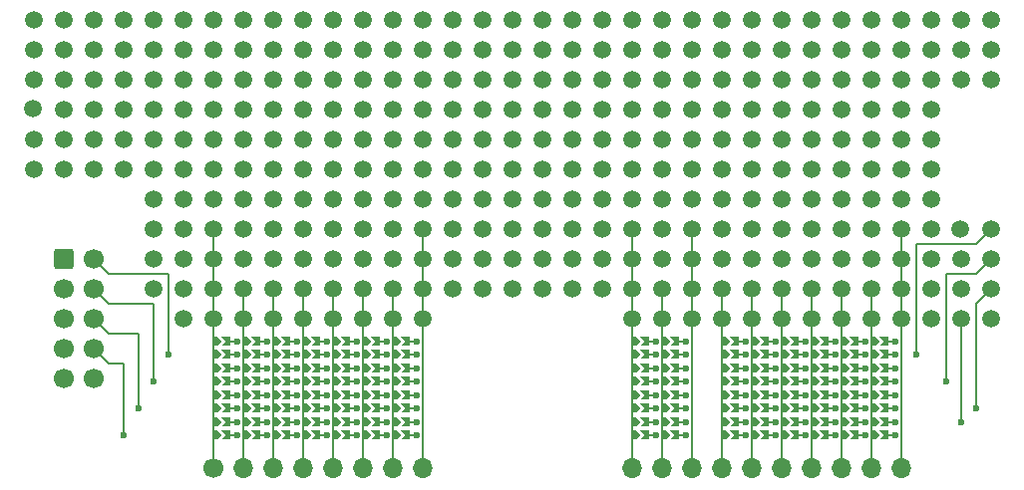
<source format=gbr>
%TF.GenerationSoftware,KiCad,Pcbnew,8.0.2-8.0.2-0~ubuntu22.04.1*%
%TF.CreationDate,2024-05-24T18:22:53+02:00*%
%TF.ProjectId,flipper-debug-devboard,666c6970-7065-4722-9d64-656275672d64,rev?*%
%TF.SameCoordinates,Original*%
%TF.FileFunction,Copper,L1,Top*%
%TF.FilePolarity,Positive*%
%FSLAX46Y46*%
G04 Gerber Fmt 4.6, Leading zero omitted, Abs format (unit mm)*
G04 Created by KiCad (PCBNEW 8.0.2-8.0.2-0~ubuntu22.04.1) date 2024-05-24 18:22:53*
%MOMM*%
%LPD*%
G01*
G04 APERTURE LIST*
G04 Aperture macros list*
%AMRoundRect*
0 Rectangle with rounded corners*
0 $1 Rounding radius*
0 $2 $3 $4 $5 $6 $7 $8 $9 X,Y pos of 4 corners*
0 Add a 4 corners polygon primitive as box body*
4,1,4,$2,$3,$4,$5,$6,$7,$8,$9,$2,$3,0*
0 Add four circle primitives for the rounded corners*
1,1,$1+$1,$2,$3*
1,1,$1+$1,$4,$5*
1,1,$1+$1,$6,$7*
1,1,$1+$1,$8,$9*
0 Add four rect primitives between the rounded corners*
20,1,$1+$1,$2,$3,$4,$5,0*
20,1,$1+$1,$4,$5,$6,$7,0*
20,1,$1+$1,$6,$7,$8,$9,0*
20,1,$1+$1,$8,$9,$2,$3,0*%
%AMFreePoly0*
4,1,8,0.191000,0.380500,0.571500,0.000000,0.191000,-0.380500,0.191000,-0.381000,-0.191000,-0.381000,-0.191000,0.381000,0.191000,0.381000,0.191000,0.380500,0.191000,0.380500,$1*%
%AMFreePoly1*
4,1,8,0.191000,-0.381000,-0.191000,-0.381000,-0.571500,-0.381000,-0.191000,-0.000500,-0.191000,0.000500,-0.571500,0.381000,0.191000,0.381000,0.191000,-0.381000,0.191000,-0.381000,$1*%
G04 Aperture macros list end*
%TA.AperFunction,ComponentPad*%
%ADD10C,1.500000*%
%TD*%
%TA.AperFunction,SMDPad,CuDef*%
%ADD11FreePoly0,0.000000*%
%TD*%
%TA.AperFunction,SMDPad,CuDef*%
%ADD12FreePoly1,0.000000*%
%TD*%
%TA.AperFunction,ComponentPad*%
%ADD13RoundRect,0.250000X-0.600000X-0.600000X0.600000X-0.600000X0.600000X0.600000X-0.600000X0.600000X0*%
%TD*%
%TA.AperFunction,ComponentPad*%
%ADD14C,1.700000*%
%TD*%
%TA.AperFunction,ComponentPad*%
%ADD15O,1.700000X1.700000*%
%TD*%
%TA.AperFunction,ViaPad*%
%ADD16C,0.600000*%
%TD*%
%TA.AperFunction,Conductor*%
%ADD17C,0.200000*%
%TD*%
G04 APERTURE END LIST*
D10*
%TO.P,,1*%
%TO.N,N/C*%
X149860000Y-104140000D03*
%TD*%
%TO.P,,1*%
%TO.N,N/C*%
X124460000Y-104140000D03*
%TD*%
%TO.P,,1*%
%TO.N,N/C*%
X101600000Y-104140000D03*
%TD*%
%TO.P,,1*%
%TO.N,N/C*%
X142240000Y-104140000D03*
%TD*%
%TO.P,,1*%
%TO.N,N/C*%
X106680000Y-104140000D03*
%TD*%
%TO.P,,1*%
%TO.N,N/C*%
X104140000Y-104140000D03*
%TD*%
%TO.P,,1*%
%TO.N,N/C*%
X73660000Y-104140000D03*
%TD*%
%TO.P,,1*%
%TO.N,N/C*%
X139700000Y-104140000D03*
%TD*%
%TO.P,,1*%
%TO.N,N/C*%
X144780000Y-104140000D03*
%TD*%
%TO.P,,1*%
%TO.N,N/C*%
X127000000Y-104140000D03*
%TD*%
%TO.P,,1*%
%TO.N,N/C*%
X76200000Y-104140000D03*
%TD*%
%TO.P,,1*%
%TO.N,N/C*%
X88900000Y-104140000D03*
%TD*%
%TO.P,,1*%
%TO.N,N/C*%
X99060000Y-104140000D03*
%TD*%
%TO.P,,1*%
%TO.N,N/C*%
X147320000Y-104140000D03*
%TD*%
%TO.P,,1*%
%TO.N,N/C*%
X86360000Y-104140000D03*
%TD*%
%TO.P,,1*%
%TO.N,N/C*%
X132080000Y-104140000D03*
%TD*%
%TO.P,,1*%
%TO.N,N/C*%
X83820000Y-104140000D03*
%TD*%
%TO.P,,1*%
%TO.N,N/C*%
X116840000Y-104140000D03*
%TD*%
%TO.P,,1*%
%TO.N,N/C*%
X93980000Y-104140000D03*
%TD*%
%TO.P,,1*%
%TO.N,N/C*%
X96520000Y-104140000D03*
%TD*%
%TO.P,,1*%
%TO.N,N/C*%
X91440000Y-104140000D03*
%TD*%
%TO.P,,1*%
%TO.N,N/C*%
X134620000Y-104140000D03*
%TD*%
%TO.P,,1*%
%TO.N,N/C*%
X71120000Y-104140000D03*
%TD*%
%TO.P,,1*%
%TO.N,N/C*%
X119380000Y-104140000D03*
%TD*%
%TO.P,,1*%
%TO.N,N/C*%
X81280000Y-104140000D03*
%TD*%
%TO.P,,1*%
%TO.N,N/C*%
X78740000Y-104140000D03*
%TD*%
%TO.P,,1*%
%TO.N,N/C*%
X109220000Y-104140000D03*
%TD*%
%TO.P,,1*%
%TO.N,N/C*%
X137160000Y-104140000D03*
%TD*%
%TO.P,,1*%
%TO.N,N/C*%
X114300000Y-104140000D03*
%TD*%
%TO.P,,1*%
%TO.N,N/C*%
X111760000Y-104140000D03*
%TD*%
%TO.P,,1*%
%TO.N,N/C*%
X152400000Y-104140000D03*
%TD*%
%TO.P,,1*%
%TO.N,N/C*%
X129540000Y-104140000D03*
%TD*%
%TO.P,,1*%
%TO.N,N/C*%
X121920000Y-104140000D03*
%TD*%
%TO.P,,1*%
%TO.N,N/C*%
X149860000Y-106680000D03*
%TD*%
%TO.P,,1*%
%TO.N,N/C*%
X124460000Y-106680000D03*
%TD*%
%TO.P,,1*%
%TO.N,N/C*%
X101600000Y-106680000D03*
%TD*%
%TO.P,,1*%
%TO.N,N/C*%
X142240000Y-106680000D03*
%TD*%
%TO.P,,1*%
%TO.N,N/C*%
X106680000Y-106680000D03*
%TD*%
%TO.P,,1*%
%TO.N,N/C*%
X104140000Y-106680000D03*
%TD*%
%TO.P,,1*%
%TO.N,N/C*%
X73660000Y-106680000D03*
%TD*%
%TO.P,,1*%
%TO.N,N/C*%
X139700000Y-106680000D03*
%TD*%
%TO.P,,1*%
%TO.N,N/C*%
X144780000Y-106680000D03*
%TD*%
%TO.P,,1*%
%TO.N,N/C*%
X127000000Y-106680000D03*
%TD*%
%TO.P,,1*%
%TO.N,N/C*%
X76200000Y-106680000D03*
%TD*%
%TO.P,,1*%
%TO.N,N/C*%
X88900000Y-106680000D03*
%TD*%
%TO.P,,1*%
%TO.N,N/C*%
X99060000Y-106680000D03*
%TD*%
%TO.P,,1*%
%TO.N,N/C*%
X147320000Y-106680000D03*
%TD*%
%TO.P,,1*%
%TO.N,N/C*%
X86360000Y-106680000D03*
%TD*%
%TO.P,,1*%
%TO.N,N/C*%
X132080000Y-106680000D03*
%TD*%
%TO.P,,1*%
%TO.N,N/C*%
X83820000Y-106680000D03*
%TD*%
%TO.P,,1*%
%TO.N,N/C*%
X116840000Y-106680000D03*
%TD*%
%TO.P,,1*%
%TO.N,N/C*%
X93980000Y-106680000D03*
%TD*%
%TO.P,,1*%
%TO.N,N/C*%
X96520000Y-106680000D03*
%TD*%
%TO.P,,1*%
%TO.N,N/C*%
X91440000Y-106680000D03*
%TD*%
%TO.P,,1*%
%TO.N,N/C*%
X134620000Y-106680000D03*
%TD*%
%TO.P,,1*%
%TO.N,N/C*%
X71120000Y-106680000D03*
%TD*%
%TO.P,,1*%
%TO.N,N/C*%
X119380000Y-106680000D03*
%TD*%
%TO.P,,1*%
%TO.N,N/C*%
X81280000Y-106680000D03*
%TD*%
%TO.P,,1*%
%TO.N,N/C*%
X78740000Y-106680000D03*
%TD*%
%TO.P,,1*%
%TO.N,N/C*%
X109220000Y-106680000D03*
%TD*%
%TO.P,,1*%
%TO.N,N/C*%
X137160000Y-106680000D03*
%TD*%
%TO.P,,1*%
%TO.N,N/C*%
X114300000Y-106680000D03*
%TD*%
%TO.P,,1*%
%TO.N,N/C*%
X111760000Y-106680000D03*
%TD*%
%TO.P,,1*%
%TO.N,N/C*%
X152400000Y-106680000D03*
%TD*%
%TO.P,,1*%
%TO.N,N/C*%
X129540000Y-106680000D03*
%TD*%
%TO.P,,1*%
%TO.N,N/C*%
X121920000Y-106680000D03*
%TD*%
D11*
%TO.P,REF\u002A\u002A,1*%
%TO.N,N/C*%
X139890500Y-131445000D03*
D12*
%TO.P,REF\u002A\u002A,2*%
X141033500Y-131445000D03*
%TD*%
D10*
%TO.P,,1*%
%TO.N,N/C*%
X139700000Y-111760000D03*
%TD*%
%TO.P,,1*%
%TO.N,N/C*%
X86360000Y-121920000D03*
%TD*%
%TO.P,,1*%
%TO.N,N/C*%
X142240000Y-116840000D03*
%TD*%
%TO.P,,1*%
%TO.N,N/C*%
X88900000Y-121920000D03*
%TD*%
D11*
%TO.P,REF\u002A\u002A,1*%
%TO.N,N/C*%
X86550500Y-137160000D03*
D12*
%TO.P,REF\u002A\u002A,2*%
X87693500Y-137160000D03*
%TD*%
D10*
%TO.P,,1*%
%TO.N,N/C*%
X134620000Y-111760000D03*
%TD*%
%TO.P,,1*%
%TO.N,N/C*%
X114300000Y-119380000D03*
%TD*%
%TO.P,,1*%
%TO.N,N/C*%
X149860000Y-124460000D03*
%TD*%
%TO.P,,1*%
%TO.N,N/C*%
X139700000Y-116840000D03*
%TD*%
%TO.P,,1*%
%TO.N,N/C*%
X111760000Y-121920000D03*
%TD*%
%TO.P,,1*%
%TO.N,N/C*%
X129540000Y-116840000D03*
%TD*%
%TO.P,,1*%
%TO.N,N/C*%
X152400000Y-109220000D03*
%TD*%
%TO.P,,1*%
%TO.N,N/C*%
X142240000Y-127000000D03*
%TD*%
D11*
%TO.P,REF\u002A\u002A,1*%
%TO.N,N/C*%
X129730500Y-134874000D03*
D12*
%TO.P,REF\u002A\u002A,2*%
X130873500Y-134874000D03*
%TD*%
D10*
%TO.P,,1*%
%TO.N,N/C*%
X124460000Y-114300000D03*
%TD*%
%TO.P,,1*%
%TO.N,N/C*%
X114300000Y-116840000D03*
%TD*%
%TO.P,,1*%
%TO.N,N/C*%
X142240000Y-124460000D03*
%TD*%
%TO.P,,1*%
%TO.N,N/C*%
X119380000Y-119380000D03*
%TD*%
%TO.P,,1*%
%TO.N,N/C*%
X149839316Y-121912195D03*
%TD*%
%TO.P,,1*%
%TO.N,N/C*%
X109220000Y-119380000D03*
%TD*%
D11*
%TO.P,REF\u002A\u002A,1*%
%TO.N,N/C*%
X101790500Y-139446000D03*
D12*
%TO.P,REF\u002A\u002A,2*%
X102933500Y-139446000D03*
%TD*%
D11*
%TO.P,REF\u002A\u002A,1*%
%TO.N,N/C*%
X137350500Y-132588000D03*
D12*
%TO.P,REF\u002A\u002A,2*%
X138493500Y-132588000D03*
%TD*%
D10*
%TO.P,,1*%
%TO.N,N/C*%
X152400000Y-121920000D03*
%TD*%
D11*
%TO.P,REF\u002A\u002A,1*%
%TO.N,N/C*%
X137350500Y-131445000D03*
D12*
%TO.P,REF\u002A\u002A,2*%
X138493500Y-131445000D03*
%TD*%
D10*
%TO.P,,1*%
%TO.N,N/C*%
X132080000Y-121920000D03*
%TD*%
%TO.P,,1*%
%TO.N,N/C*%
X93980000Y-119380000D03*
%TD*%
%TO.P,,1*%
%TO.N,N/C*%
X76200000Y-111760000D03*
%TD*%
%TO.P,,1*%
%TO.N,N/C*%
X149860000Y-129540000D03*
%TD*%
D11*
%TO.P,REF\u002A\u002A,1*%
%TO.N,N/C*%
X94170500Y-133731000D03*
D12*
%TO.P,REF\u002A\u002A,2*%
X95313500Y-133731000D03*
%TD*%
D10*
%TO.P,,1*%
%TO.N,N/C*%
X88900000Y-124460000D03*
%TD*%
%TO.P,,1*%
%TO.N,N/C*%
X93980000Y-127000000D03*
%TD*%
D11*
%TO.P,REF\u002A\u002A,1*%
%TO.N,N/C*%
X139890500Y-132588000D03*
D12*
%TO.P,REF\u002A\u002A,2*%
X141033500Y-132588000D03*
%TD*%
D10*
%TO.P,,1*%
%TO.N,N/C*%
X91440000Y-124460000D03*
%TD*%
D11*
%TO.P,REF\u002A\u002A,1*%
%TO.N,N/C*%
X132270500Y-137160000D03*
D12*
%TO.P,REF\u002A\u002A,2*%
X133413500Y-137160000D03*
%TD*%
D10*
%TO.P,,1*%
%TO.N,N/C*%
X88900000Y-129540000D03*
%TD*%
%TO.P,,1*%
%TO.N,N/C*%
X109220000Y-116840000D03*
%TD*%
D11*
%TO.P,REF\u002A\u002A,1*%
%TO.N,N/C*%
X142430500Y-132588000D03*
D12*
%TO.P,REF\u002A\u002A,2*%
X143573500Y-132588000D03*
%TD*%
D10*
%TO.P,,1*%
%TO.N,N/C*%
X114300000Y-121920000D03*
%TD*%
%TO.P,,1*%
%TO.N,N/C*%
X93980000Y-116840000D03*
%TD*%
%TO.P,,1*%
%TO.N,N/C*%
X147320000Y-116840000D03*
%TD*%
%TO.P,,1*%
%TO.N,N/C*%
X129540000Y-109220000D03*
%TD*%
%TO.P,,1*%
%TO.N,N/C*%
X111760000Y-124460000D03*
%TD*%
D13*
%TO.P,REF1,1*%
%TO.N,N/C*%
X73660000Y-124460000D03*
D14*
%TO.P,REF1,2*%
X76200000Y-124460000D03*
%TO.P,REF1,3*%
X73660000Y-127000000D03*
%TO.P,REF1,4*%
X76200000Y-127000000D03*
%TO.P,REF1,5*%
X73660000Y-129540000D03*
%TO.P,REF1,6*%
X76200000Y-129540000D03*
%TO.P,REF1,7*%
X73660000Y-132080000D03*
%TO.P,REF1,8*%
X76200000Y-132080000D03*
%TO.P,REF1,9*%
X73660000Y-134620000D03*
%TO.P,REF1,10*%
X76200000Y-134620000D03*
%TD*%
D10*
%TO.P,,1*%
%TO.N,N/C*%
X139700000Y-114300000D03*
%TD*%
D11*
%TO.P,REF\u002A\u002A,1*%
%TO.N,N/C*%
X86550500Y-134874000D03*
D12*
%TO.P,REF\u002A\u002A,2*%
X87693500Y-134874000D03*
%TD*%
D11*
%TO.P,REF\u002A\u002A,1*%
%TO.N,N/C*%
X101790500Y-138303000D03*
D12*
%TO.P,REF\u002A\u002A,2*%
X102933500Y-138303000D03*
%TD*%
D10*
%TO.P,,1*%
%TO.N,N/C*%
X106680000Y-114300000D03*
%TD*%
%TO.P,,1*%
%TO.N,N/C*%
X134620000Y-129540000D03*
%TD*%
%TO.P,,1*%
%TO.N,N/C*%
X111760000Y-116840000D03*
%TD*%
%TO.P,,1*%
%TO.N,N/C*%
X121920000Y-109220000D03*
%TD*%
D11*
%TO.P,REF\u002A\u002A,1*%
%TO.N,N/C*%
X86550500Y-132588000D03*
D12*
%TO.P,REF\u002A\u002A,2*%
X87693500Y-132588000D03*
%TD*%
D10*
%TO.P,,1*%
%TO.N,N/C*%
X106680000Y-124460000D03*
%TD*%
D11*
%TO.P,REF\u002A\u002A,1*%
%TO.N,N/C*%
X124650500Y-136017000D03*
D12*
%TO.P,REF\u002A\u002A,2*%
X125793500Y-136017000D03*
%TD*%
D11*
%TO.P,REF\u002A\u002A,1*%
%TO.N,N/C*%
X122110500Y-134874000D03*
D12*
%TO.P,REF\u002A\u002A,2*%
X123253500Y-134874000D03*
%TD*%
D10*
%TO.P,,1*%
%TO.N,N/C*%
X121920000Y-116840000D03*
%TD*%
%TO.P,,1*%
%TO.N,N/C*%
X111760000Y-109220000D03*
%TD*%
%TO.P,,1*%
%TO.N,N/C*%
X144780000Y-121920000D03*
%TD*%
%TO.P,,1*%
%TO.N,N/C*%
X114300000Y-109220000D03*
%TD*%
%TO.P,,1*%
%TO.N,N/C*%
X142240000Y-129540000D03*
%TD*%
%TO.P,,1*%
%TO.N,N/C*%
X124460000Y-127000000D03*
%TD*%
%TO.P,,1*%
%TO.N,N/C*%
X104140000Y-121920000D03*
%TD*%
D11*
%TO.P,REF\u002A\u002A,1*%
%TO.N,N/C*%
X129730500Y-132588000D03*
D12*
%TO.P,REF\u002A\u002A,2*%
X130873500Y-132588000D03*
%TD*%
D11*
%TO.P,REF\u002A\u002A,1*%
%TO.N,N/C*%
X89090500Y-132588000D03*
D12*
%TO.P,REF\u002A\u002A,2*%
X90233500Y-132588000D03*
%TD*%
D10*
%TO.P,,1*%
%TO.N,N/C*%
X73660000Y-116840000D03*
%TD*%
%TO.P,,1*%
%TO.N,N/C*%
X144780000Y-119380000D03*
%TD*%
D11*
%TO.P,REF\u002A\u002A,1*%
%TO.N,N/C*%
X101790500Y-136017000D03*
D12*
%TO.P,REF\u002A\u002A,2*%
X102933500Y-136017000D03*
%TD*%
D10*
%TO.P,,1*%
%TO.N,N/C*%
X137160000Y-109220000D03*
%TD*%
D11*
%TO.P,REF\u002A\u002A,1*%
%TO.N,N/C*%
X132270500Y-132588000D03*
D12*
%TO.P,REF\u002A\u002A,2*%
X133413500Y-132588000D03*
%TD*%
D10*
%TO.P,,1*%
%TO.N,N/C*%
X139700000Y-121920000D03*
%TD*%
D11*
%TO.P,REF\u002A\u002A,1*%
%TO.N,N/C*%
X122110500Y-137160000D03*
D12*
%TO.P,REF\u002A\u002A,2*%
X123253500Y-137160000D03*
%TD*%
D10*
%TO.P,,1*%
%TO.N,N/C*%
X106680000Y-121920000D03*
%TD*%
D11*
%TO.P,REF\u002A\u002A,1*%
%TO.N,N/C*%
X89090500Y-139446000D03*
D12*
%TO.P,REF\u002A\u002A,2*%
X90233500Y-139446000D03*
%TD*%
D10*
%TO.P,,1*%
%TO.N,N/C*%
X88900000Y-119380000D03*
%TD*%
%TO.P,,1*%
%TO.N,N/C*%
X83820000Y-119380000D03*
%TD*%
%TO.P,,1*%
%TO.N,N/C*%
X104140000Y-116840000D03*
%TD*%
%TO.P,,1*%
%TO.N,N/C*%
X121920000Y-124460000D03*
%TD*%
D11*
%TO.P,REF\u002A\u002A,1*%
%TO.N,N/C*%
X89090500Y-134874000D03*
D12*
%TO.P,REF\u002A\u002A,2*%
X90233500Y-134874000D03*
%TD*%
D11*
%TO.P,REF\u002A\u002A,1*%
%TO.N,N/C*%
X96710500Y-139446000D03*
D12*
%TO.P,REF\u002A\u002A,2*%
X97853500Y-139446000D03*
%TD*%
D11*
%TO.P,REF\u002A\u002A,1*%
%TO.N,N/C*%
X86550500Y-131445000D03*
D12*
%TO.P,REF\u002A\u002A,2*%
X87693500Y-131445000D03*
%TD*%
D10*
%TO.P,,1*%
%TO.N,N/C*%
X119380000Y-127000000D03*
%TD*%
%TO.P,,1*%
%TO.N,N/C*%
X116840000Y-127000000D03*
%TD*%
D11*
%TO.P,REF\u002A\u002A,1*%
%TO.N,N/C*%
X132270500Y-138303000D03*
D12*
%TO.P,REF\u002A\u002A,2*%
X133413500Y-138303000D03*
%TD*%
D10*
%TO.P,,1*%
%TO.N,N/C*%
X93980000Y-114300000D03*
%TD*%
D11*
%TO.P,REF\u002A\u002A,1*%
%TO.N,N/C*%
X96710500Y-136017000D03*
D12*
%TO.P,REF\u002A\u002A,2*%
X97853500Y-136017000D03*
%TD*%
D10*
%TO.P,,1*%
%TO.N,N/C*%
X71120000Y-116840000D03*
%TD*%
%TO.P,,1*%
%TO.N,N/C*%
X83820000Y-121920000D03*
%TD*%
D11*
%TO.P,REF\u002A\u002A,1*%
%TO.N,N/C*%
X91630500Y-131445000D03*
D12*
%TO.P,REF\u002A\u002A,2*%
X92773500Y-131445000D03*
%TD*%
D10*
%TO.P,,1*%
%TO.N,N/C*%
X139700000Y-119380000D03*
%TD*%
%TO.P,,1*%
%TO.N,N/C*%
X114300000Y-124460000D03*
%TD*%
%TO.P,,1*%
%TO.N,N/C*%
X144780000Y-111760000D03*
%TD*%
D11*
%TO.P,REF\u002A\u002A,1*%
%TO.N,N/C*%
X91630500Y-137160000D03*
D12*
%TO.P,REF\u002A\u002A,2*%
X92773500Y-137160000D03*
%TD*%
D11*
%TO.P,REF\u002A\u002A,1*%
%TO.N,N/C*%
X86550500Y-139446000D03*
D12*
%TO.P,REF\u002A\u002A,2*%
X87693500Y-139446000D03*
%TD*%
D10*
%TO.P,,1*%
%TO.N,N/C*%
X101600000Y-127000000D03*
%TD*%
%TO.P,,1*%
%TO.N,N/C*%
X124460000Y-111760000D03*
%TD*%
D11*
%TO.P,REF\u002A\u002A,1*%
%TO.N,N/C*%
X124650500Y-139446000D03*
D12*
%TO.P,REF\u002A\u002A,2*%
X125793500Y-139446000D03*
%TD*%
D10*
%TO.P,,1*%
%TO.N,N/C*%
X114300000Y-127000000D03*
%TD*%
%TO.P,,1*%
%TO.N,N/C*%
X109220000Y-109220000D03*
%TD*%
%TO.P,,1*%
%TO.N,N/C*%
X134620000Y-124460000D03*
%TD*%
%TO.P,,1*%
%TO.N,N/C*%
X142240000Y-121920000D03*
%TD*%
%TO.P,,1*%
%TO.N,N/C*%
X104140000Y-111760000D03*
%TD*%
%TO.P,,1*%
%TO.N,N/C*%
X96520000Y-127000000D03*
%TD*%
D11*
%TO.P,REF\u002A\u002A,1*%
%TO.N,N/C*%
X124650500Y-132588000D03*
D12*
%TO.P,REF\u002A\u002A,2*%
X125793500Y-132588000D03*
%TD*%
D10*
%TO.P,,1*%
%TO.N,N/C*%
X132080000Y-114300000D03*
%TD*%
%TO.P,,1*%
%TO.N,N/C*%
X116840000Y-124460000D03*
%TD*%
%TO.P,,1*%
%TO.N,N/C*%
X137160000Y-129540000D03*
%TD*%
%TO.P,,1*%
%TO.N,N/C*%
X96520000Y-114300000D03*
%TD*%
%TO.P,,1*%
%TO.N,N/C*%
X88900000Y-127000000D03*
%TD*%
%TO.P,,1*%
%TO.N,N/C*%
X86360000Y-114300000D03*
%TD*%
%TO.P,,1*%
%TO.N,N/C*%
X147320000Y-111760000D03*
%TD*%
%TO.P,,1*%
%TO.N,N/C*%
X137160000Y-114300000D03*
%TD*%
D11*
%TO.P,REF\u002A\u002A,1*%
%TO.N,N/C*%
X96710500Y-134874000D03*
D12*
%TO.P,REF\u002A\u002A,2*%
X97853500Y-134874000D03*
%TD*%
D10*
%TO.P,,1*%
%TO.N,N/C*%
X83820000Y-124460000D03*
%TD*%
%TO.P,,1*%
%TO.N,N/C*%
X129540000Y-129540000D03*
%TD*%
%TO.P,,1*%
%TO.N,N/C*%
X86360000Y-127000000D03*
%TD*%
%TO.P,,1*%
%TO.N,N/C*%
X137160000Y-121920000D03*
%TD*%
%TO.P,,1*%
%TO.N,N/C*%
X132080000Y-119380000D03*
%TD*%
D11*
%TO.P,REF\u002A\u002A,1*%
%TO.N,N/C*%
X132270500Y-136017000D03*
D12*
%TO.P,REF\u002A\u002A,2*%
X133413500Y-136017000D03*
%TD*%
D10*
%TO.P,,1*%
%TO.N,N/C*%
X147320000Y-114300000D03*
%TD*%
D11*
%TO.P,REF\u002A\u002A,1*%
%TO.N,N/C*%
X137350500Y-139446000D03*
D12*
%TO.P,REF\u002A\u002A,2*%
X138493500Y-139446000D03*
%TD*%
D10*
%TO.P,,1*%
%TO.N,N/C*%
X144780000Y-114300000D03*
%TD*%
%TO.P,,1*%
%TO.N,N/C*%
X119380000Y-121920000D03*
%TD*%
D11*
%TO.P,REF\u002A\u002A,1*%
%TO.N,N/C*%
X94170500Y-132588000D03*
D12*
%TO.P,REF\u002A\u002A,2*%
X95313500Y-132588000D03*
%TD*%
D10*
%TO.P,,1*%
%TO.N,N/C*%
X78740000Y-109220000D03*
%TD*%
%TO.P,,1*%
%TO.N,N/C*%
X101600000Y-129540000D03*
%TD*%
D11*
%TO.P,REF\u002A\u002A,1*%
%TO.N,N/C*%
X142430500Y-136017000D03*
D12*
%TO.P,REF\u002A\u002A,2*%
X143573500Y-136017000D03*
%TD*%
D11*
%TO.P,REF\u002A\u002A,1*%
%TO.N,N/C*%
X99250500Y-134874000D03*
D12*
%TO.P,REF\u002A\u002A,2*%
X100393500Y-134874000D03*
%TD*%
D11*
%TO.P,REF\u002A\u002A,1*%
%TO.N,N/C*%
X99250500Y-137160000D03*
D12*
%TO.P,REF\u002A\u002A,2*%
X100393500Y-137160000D03*
%TD*%
D10*
%TO.P,,1*%
%TO.N,N/C*%
X96520000Y-129540000D03*
%TD*%
%TO.P,,1*%
%TO.N,N/C*%
X119380000Y-111760000D03*
%TD*%
D11*
%TO.P,REF\u002A\u002A,1*%
%TO.N,N/C*%
X91630500Y-133731000D03*
D12*
%TO.P,REF\u002A\u002A,2*%
X92773500Y-133731000D03*
%TD*%
D10*
%TO.P,,1*%
%TO.N,N/C*%
X111760000Y-114300000D03*
%TD*%
D11*
%TO.P,REF\u002A\u002A,1*%
%TO.N,N/C*%
X122110500Y-139446000D03*
D12*
%TO.P,REF\u002A\u002A,2*%
X123253500Y-139446000D03*
%TD*%
D10*
%TO.P,,1*%
%TO.N,N/C*%
X132080000Y-127000000D03*
%TD*%
%TO.P,,1*%
%TO.N,N/C*%
X81280000Y-109220000D03*
%TD*%
D11*
%TO.P,REF\u002A\u002A,1*%
%TO.N,N/C*%
X96710500Y-133731000D03*
D12*
%TO.P,REF\u002A\u002A,2*%
X97853500Y-133731000D03*
%TD*%
D10*
%TO.P,,1*%
%TO.N,N/C*%
X119380000Y-109220000D03*
%TD*%
%TO.P,,1*%
%TO.N,N/C*%
X71120000Y-109220000D03*
%TD*%
%TO.P,,1*%
%TO.N,N/C*%
X86360000Y-119380000D03*
%TD*%
%TO.P,,1*%
%TO.N,N/C*%
X81280000Y-116840000D03*
%TD*%
%TO.P,,1*%
%TO.N,N/C*%
X134620000Y-109220000D03*
%TD*%
%TO.P,,1*%
%TO.N,N/C*%
X71095966Y-111688191D03*
%TD*%
D11*
%TO.P,REF\u002A\u002A,1*%
%TO.N,N/C*%
X139890500Y-139446000D03*
D12*
%TO.P,REF\u002A\u002A,2*%
X141033500Y-139446000D03*
%TD*%
D10*
%TO.P,,1*%
%TO.N,N/C*%
X104140000Y-119380000D03*
%TD*%
D11*
%TO.P,REF\u002A\u002A,1*%
%TO.N,N/C*%
X134810500Y-136017000D03*
D12*
%TO.P,REF\u002A\u002A,2*%
X135953500Y-136017000D03*
%TD*%
D10*
%TO.P,,1*%
%TO.N,N/C*%
X152400000Y-124460000D03*
%TD*%
D11*
%TO.P,REF\u002A\u002A,1*%
%TO.N,N/C*%
X139890500Y-134874000D03*
D12*
%TO.P,REF\u002A\u002A,2*%
X141033500Y-134874000D03*
%TD*%
D10*
%TO.P,,1*%
%TO.N,N/C*%
X116840000Y-119380000D03*
%TD*%
%TO.P,,1*%
%TO.N,N/C*%
X142240000Y-111760000D03*
%TD*%
D11*
%TO.P,REF\u002A\u002A,1*%
%TO.N,N/C*%
X129730500Y-133731000D03*
D12*
%TO.P,REF\u002A\u002A,2*%
X130873500Y-133731000D03*
%TD*%
D11*
%TO.P,REF\u002A\u002A,1*%
%TO.N,N/C*%
X139890500Y-138303000D03*
D12*
%TO.P,REF\u002A\u002A,2*%
X141033500Y-138303000D03*
%TD*%
D10*
%TO.P,,1*%
%TO.N,N/C*%
X127000000Y-114300000D03*
%TD*%
%TO.P,,1*%
%TO.N,N/C*%
X71120000Y-114300000D03*
%TD*%
%TO.P,,1*%
%TO.N,N/C*%
X91440000Y-111760000D03*
%TD*%
%TO.P,,1*%
%TO.N,N/C*%
X73660000Y-114300000D03*
%TD*%
D11*
%TO.P,REF\u002A\u002A,1*%
%TO.N,N/C*%
X94170500Y-131445000D03*
D12*
%TO.P,REF\u002A\u002A,2*%
X95313500Y-131445000D03*
%TD*%
D11*
%TO.P,REF\u002A\u002A,1*%
%TO.N,N/C*%
X137350500Y-137160000D03*
D12*
%TO.P,REF\u002A\u002A,2*%
X138493500Y-137160000D03*
%TD*%
D10*
%TO.P,,1*%
%TO.N,N/C*%
X127000000Y-124460000D03*
%TD*%
%TO.P,,1*%
%TO.N,N/C*%
X116840000Y-121920000D03*
%TD*%
%TO.P,,1*%
%TO.N,N/C*%
X91440000Y-109220000D03*
%TD*%
%TO.P,,1*%
%TO.N,N/C*%
X134620000Y-121920000D03*
%TD*%
%TO.P,,1*%
%TO.N,N/C*%
X116840000Y-111760000D03*
%TD*%
D11*
%TO.P,REF\u002A\u002A,1*%
%TO.N,N/C*%
X101790500Y-137160000D03*
D12*
%TO.P,REF\u002A\u002A,2*%
X102933500Y-137160000D03*
%TD*%
D10*
%TO.P,,1*%
%TO.N,N/C*%
X101600000Y-124460000D03*
%TD*%
%TO.P,,1*%
%TO.N,N/C*%
X137160000Y-111760000D03*
%TD*%
%TO.P,,1*%
%TO.N,N/C*%
X127000000Y-116840000D03*
%TD*%
%TO.P,,1*%
%TO.N,N/C*%
X106680000Y-116840000D03*
%TD*%
%TO.P,,1*%
%TO.N,N/C*%
X127000000Y-127000000D03*
%TD*%
%TO.P,,1*%
%TO.N,N/C*%
X96520000Y-109220000D03*
%TD*%
D11*
%TO.P,REF\u002A\u002A,1*%
%TO.N,N/C*%
X99250500Y-133731000D03*
D12*
%TO.P,REF\u002A\u002A,2*%
X100393500Y-133731000D03*
%TD*%
D10*
%TO.P,,1*%
%TO.N,N/C*%
X127000000Y-129540000D03*
%TD*%
%TO.P,,1*%
%TO.N,N/C*%
X137160000Y-127000000D03*
%TD*%
%TO.P,,1*%
%TO.N,N/C*%
X78740000Y-116840000D03*
%TD*%
%TO.P,,1*%
%TO.N,N/C*%
X139700000Y-129540000D03*
%TD*%
%TO.P,,1*%
%TO.N,N/C*%
X99060000Y-124460000D03*
%TD*%
%TO.P,,1*%
%TO.N,N/C*%
X124460000Y-119380000D03*
%TD*%
%TO.P,,1*%
%TO.N,N/C*%
X147320000Y-119380000D03*
%TD*%
%TO.P,,1*%
%TO.N,N/C*%
X144780000Y-129540000D03*
%TD*%
%TO.P,,1*%
%TO.N,N/C*%
X119380000Y-116840000D03*
%TD*%
D11*
%TO.P,REF\u002A\u002A,1*%
%TO.N,N/C*%
X142430500Y-138303000D03*
D12*
%TO.P,REF\u002A\u002A,2*%
X143573500Y-138303000D03*
%TD*%
D11*
%TO.P,REF\u002A\u002A,1*%
%TO.N,N/C*%
X122110500Y-136017000D03*
D12*
%TO.P,REF\u002A\u002A,2*%
X123253500Y-136017000D03*
%TD*%
D11*
%TO.P,REF\u002A\u002A,1*%
%TO.N,N/C*%
X139890500Y-137160000D03*
D12*
%TO.P,REF\u002A\u002A,2*%
X141033500Y-137160000D03*
%TD*%
D10*
%TO.P,,1*%
%TO.N,N/C*%
X116840000Y-114300000D03*
%TD*%
D11*
%TO.P,REF\u002A\u002A,1*%
%TO.N,N/C*%
X124650500Y-138303000D03*
D12*
%TO.P,REF\u002A\u002A,2*%
X125793500Y-138303000D03*
%TD*%
D11*
%TO.P,REF\u002A\u002A,1*%
%TO.N,N/C*%
X91630500Y-138303000D03*
D12*
%TO.P,REF\u002A\u002A,2*%
X92773500Y-138303000D03*
%TD*%
D10*
%TO.P,,1*%
%TO.N,N/C*%
X129540000Y-127000000D03*
%TD*%
%TO.P,,1*%
%TO.N,N/C*%
X91440000Y-119380000D03*
%TD*%
%TO.P,,1*%
%TO.N,N/C*%
X147320000Y-129540000D03*
%TD*%
D11*
%TO.P,REF\u002A\u002A,1*%
%TO.N,N/C*%
X132270500Y-131445000D03*
D12*
%TO.P,REF\u002A\u002A,2*%
X133413500Y-131445000D03*
%TD*%
D10*
%TO.P,,1*%
%TO.N,N/C*%
X116840000Y-116840000D03*
%TD*%
%TO.P,,1*%
%TO.N,N/C*%
X132080000Y-129540000D03*
%TD*%
D11*
%TO.P,REF\u002A\u002A,1*%
%TO.N,N/C*%
X89090500Y-138303000D03*
D12*
%TO.P,REF\u002A\u002A,2*%
X90233500Y-138303000D03*
%TD*%
D11*
%TO.P,REF\u002A\u002A,1*%
%TO.N,N/C*%
X134810500Y-134874000D03*
D12*
%TO.P,REF\u002A\u002A,2*%
X135953500Y-134874000D03*
%TD*%
D10*
%TO.P,,1*%
%TO.N,N/C*%
X83820000Y-116840000D03*
%TD*%
%TO.P,,1*%
%TO.N,N/C*%
X93980000Y-109220000D03*
%TD*%
D11*
%TO.P,REF\u002A\u002A,1*%
%TO.N,N/C*%
X96710500Y-138303000D03*
D12*
%TO.P,REF\u002A\u002A,2*%
X97853500Y-138303000D03*
%TD*%
D10*
%TO.P,,1*%
%TO.N,N/C*%
X81280000Y-124460000D03*
%TD*%
%TO.P,,1*%
%TO.N,N/C*%
X101600000Y-119380000D03*
%TD*%
%TO.P,,1*%
%TO.N,N/C*%
X127000000Y-111760000D03*
%TD*%
%TO.P,,1*%
%TO.N,N/C*%
X121920000Y-119380000D03*
%TD*%
%TO.P,,1*%
%TO.N,N/C*%
X116840000Y-109220000D03*
%TD*%
D11*
%TO.P,REF\u002A\u002A,1*%
%TO.N,N/C*%
X96710500Y-131445000D03*
D12*
%TO.P,REF\u002A\u002A,2*%
X97853500Y-131445000D03*
%TD*%
D10*
%TO.P,,1*%
%TO.N,N/C*%
X81280000Y-111760000D03*
%TD*%
D11*
%TO.P,REF\u002A\u002A,1*%
%TO.N,N/C*%
X134810500Y-133731000D03*
D12*
%TO.P,REF\u002A\u002A,2*%
X135953500Y-133731000D03*
%TD*%
D11*
%TO.P,REF\u002A\u002A,1*%
%TO.N,N/C*%
X139890500Y-133731000D03*
D12*
%TO.P,REF\u002A\u002A,2*%
X141033500Y-133731000D03*
%TD*%
D10*
%TO.P,,1*%
%TO.N,N/C*%
X86360000Y-129540000D03*
%TD*%
%TO.P,,1*%
%TO.N,N/C*%
X83820000Y-114300000D03*
%TD*%
%TO.P,,1*%
%TO.N,N/C*%
X99060000Y-119380000D03*
%TD*%
D11*
%TO.P,REF\u002A\u002A,1*%
%TO.N,N/C*%
X101790500Y-132588000D03*
D12*
%TO.P,REF\u002A\u002A,2*%
X102933500Y-132588000D03*
%TD*%
D10*
%TO.P,,1*%
%TO.N,N/C*%
X109220000Y-121920000D03*
%TD*%
D11*
%TO.P,REF\u002A\u002A,1*%
%TO.N,N/C*%
X91630500Y-136017000D03*
D12*
%TO.P,REF\u002A\u002A,2*%
X92773500Y-136017000D03*
%TD*%
D11*
%TO.P,REF\u002A\u002A,1*%
%TO.N,N/C*%
X134810500Y-138303000D03*
D12*
%TO.P,REF\u002A\u002A,2*%
X135953500Y-138303000D03*
%TD*%
D10*
%TO.P,,1*%
%TO.N,N/C*%
X129540000Y-119380000D03*
%TD*%
%TO.P,,1*%
%TO.N,N/C*%
X83820000Y-109220000D03*
%TD*%
D11*
%TO.P,REF\u002A\u002A,1*%
%TO.N,N/C*%
X101790500Y-131445000D03*
D12*
%TO.P,REF\u002A\u002A,2*%
X102933500Y-131445000D03*
%TD*%
D10*
%TO.P,,1*%
%TO.N,N/C*%
X129540000Y-114300000D03*
%TD*%
%TO.P,,1*%
%TO.N,N/C*%
X132080000Y-109220000D03*
%TD*%
%TO.P,,1*%
%TO.N,N/C*%
X83820000Y-127000000D03*
%TD*%
D11*
%TO.P,REF\u002A\u002A,1*%
%TO.N,N/C*%
X129730500Y-139446000D03*
D12*
%TO.P,REF\u002A\u002A,2*%
X130873500Y-139446000D03*
%TD*%
D10*
%TO.P,,1*%
%TO.N,N/C*%
X91440000Y-127000000D03*
%TD*%
%TO.P,,1*%
%TO.N,N/C*%
X99060000Y-111760000D03*
%TD*%
D11*
%TO.P,REF\u002A\u002A,1*%
%TO.N,N/C*%
X142430500Y-139446000D03*
D12*
%TO.P,REF\u002A\u002A,2*%
X143573500Y-139446000D03*
%TD*%
D10*
%TO.P,,1*%
%TO.N,N/C*%
X96520000Y-116840000D03*
%TD*%
%TO.P,,1*%
%TO.N,N/C*%
X101600000Y-121920000D03*
%TD*%
D11*
%TO.P,REF\u002A\u002A,1*%
%TO.N,N/C*%
X86550500Y-133731000D03*
D12*
%TO.P,REF\u002A\u002A,2*%
X87693500Y-133731000D03*
%TD*%
D10*
%TO.P,,1*%
%TO.N,N/C*%
X93980000Y-129540000D03*
%TD*%
%TO.P,,1*%
%TO.N,N/C*%
X86360000Y-109220000D03*
%TD*%
%TO.P,,1*%
%TO.N,N/C*%
X101600000Y-114300000D03*
%TD*%
%TO.P,,1*%
%TO.N,N/C*%
X96520000Y-121920000D03*
%TD*%
%TO.P,,1*%
%TO.N,N/C*%
X83820000Y-111760000D03*
%TD*%
%TO.P,,1*%
%TO.N,N/C*%
X88900000Y-111760000D03*
%TD*%
%TO.P,,1*%
%TO.N,N/C*%
X121920000Y-121920000D03*
%TD*%
%TO.P,,1*%
%TO.N,N/C*%
X124460000Y-121920000D03*
%TD*%
%TO.P,,1*%
%TO.N,N/C*%
X147320000Y-109220000D03*
%TD*%
%TO.P,,1*%
%TO.N,N/C*%
X91440000Y-129540000D03*
%TD*%
D11*
%TO.P,REF\u002A\u002A,1*%
%TO.N,N/C*%
X124650500Y-131445000D03*
D12*
%TO.P,REF\u002A\u002A,2*%
X125793500Y-131445000D03*
%TD*%
D10*
%TO.P,,1*%
%TO.N,N/C*%
X124460000Y-124460000D03*
%TD*%
%TO.P,,1*%
%TO.N,N/C*%
X99060000Y-109220000D03*
%TD*%
%TO.P,,1*%
%TO.N,N/C*%
X114300000Y-111760000D03*
%TD*%
D11*
%TO.P,REF\u002A\u002A,1*%
%TO.N,N/C*%
X129730500Y-137160000D03*
D12*
%TO.P,REF\u002A\u002A,2*%
X130873500Y-137160000D03*
%TD*%
D10*
%TO.P,,1*%
%TO.N,N/C*%
X121920000Y-127000000D03*
%TD*%
%TO.P,,1*%
%TO.N,N/C*%
X104140000Y-129540000D03*
%TD*%
%TO.P,,1*%
%TO.N,N/C*%
X81280000Y-127000000D03*
%TD*%
%TO.P,,1*%
%TO.N,N/C*%
X88900000Y-109220000D03*
%TD*%
%TO.P,,1*%
%TO.N,N/C*%
X129540000Y-124460000D03*
%TD*%
D11*
%TO.P,REF\u002A\u002A,1*%
%TO.N,N/C*%
X99250500Y-138303000D03*
D12*
%TO.P,REF\u002A\u002A,2*%
X100393500Y-138303000D03*
%TD*%
D10*
%TO.P,,1*%
%TO.N,N/C*%
X114300000Y-114300000D03*
%TD*%
D11*
%TO.P,REF\u002A\u002A,1*%
%TO.N,N/C*%
X89090500Y-136017000D03*
D12*
%TO.P,REF\u002A\u002A,2*%
X90233500Y-136017000D03*
%TD*%
D10*
%TO.P,,1*%
%TO.N,N/C*%
X93980000Y-111760000D03*
%TD*%
%TO.P,,1*%
%TO.N,N/C*%
X86360000Y-124460000D03*
%TD*%
%TO.P,,1*%
%TO.N,N/C*%
X144780000Y-127000000D03*
%TD*%
%TO.P,,1*%
%TO.N,N/C*%
X76200000Y-109220000D03*
%TD*%
%TO.P,,1*%
%TO.N,N/C*%
X142240000Y-114300000D03*
%TD*%
%TO.P,,1*%
%TO.N,N/C*%
X132080000Y-116840000D03*
%TD*%
%TO.P,,1*%
%TO.N,N/C*%
X109220000Y-111760000D03*
%TD*%
%TO.P,,1*%
%TO.N,N/C*%
X142240000Y-119380000D03*
%TD*%
%TO.P,,1*%
%TO.N,N/C*%
X144780000Y-124460000D03*
%TD*%
D11*
%TO.P,REF\u002A\u002A,1*%
%TO.N,N/C*%
X124650500Y-133731000D03*
D12*
%TO.P,REF\u002A\u002A,2*%
X125793500Y-133731000D03*
%TD*%
D10*
%TO.P,,1*%
%TO.N,N/C*%
X91440000Y-116840000D03*
%TD*%
D11*
%TO.P,REF\u002A\u002A,1*%
%TO.N,N/C*%
X124650500Y-134874000D03*
D12*
%TO.P,REF\u002A\u002A,2*%
X125793500Y-134874000D03*
%TD*%
D11*
%TO.P,REF\u002A\u002A,1*%
%TO.N,N/C*%
X122110500Y-131445000D03*
D12*
%TO.P,REF\u002A\u002A,2*%
X123253500Y-131445000D03*
%TD*%
D11*
%TO.P,REF\u002A\u002A,1*%
%TO.N,N/C*%
X101790500Y-134874000D03*
D12*
%TO.P,REF\u002A\u002A,2*%
X102933500Y-134874000D03*
%TD*%
D10*
%TO.P,,1*%
%TO.N,N/C*%
X121920000Y-129540000D03*
%TD*%
D11*
%TO.P,REF\u002A\u002A,1*%
%TO.N,N/C*%
X86550500Y-138303000D03*
D12*
%TO.P,REF\u002A\u002A,2*%
X87693500Y-138303000D03*
%TD*%
D11*
%TO.P,REF\u002A\u002A,1*%
%TO.N,N/C*%
X99250500Y-131445000D03*
D12*
%TO.P,REF\u002A\u002A,2*%
X100393500Y-131445000D03*
%TD*%
D11*
%TO.P,REF\u002A\u002A,1*%
%TO.N,N/C*%
X89090500Y-137160000D03*
D12*
%TO.P,REF\u002A\u002A,2*%
X90233500Y-137160000D03*
%TD*%
D10*
%TO.P,,1*%
%TO.N,N/C*%
X99060000Y-114300000D03*
%TD*%
D11*
%TO.P,REF\u002A\u002A,1*%
%TO.N,N/C*%
X91630500Y-139446000D03*
D12*
%TO.P,REF\u002A\u002A,2*%
X92773500Y-139446000D03*
%TD*%
D11*
%TO.P,REF\u002A\u002A,1*%
%TO.N,N/C*%
X99250500Y-132588000D03*
D12*
%TO.P,REF\u002A\u002A,2*%
X100393500Y-132588000D03*
%TD*%
D11*
%TO.P,REF\u002A\u002A,1*%
%TO.N,N/C*%
X137350500Y-134874000D03*
D12*
%TO.P,REF\u002A\u002A,2*%
X138493500Y-134874000D03*
%TD*%
D11*
%TO.P,REF\u002A\u002A,1*%
%TO.N,N/C*%
X99250500Y-139446000D03*
D12*
%TO.P,REF\u002A\u002A,2*%
X100393500Y-139446000D03*
%TD*%
D10*
%TO.P,,1*%
%TO.N,N/C*%
X152400000Y-127000000D03*
%TD*%
%TO.P,,1*%
%TO.N,N/C*%
X129540000Y-111760000D03*
%TD*%
D11*
%TO.P,REF\u002A\u002A,1*%
%TO.N,N/C*%
X96710500Y-137160000D03*
D12*
%TO.P,REF\u002A\u002A,2*%
X97853500Y-137160000D03*
%TD*%
D10*
%TO.P,,1*%
%TO.N,N/C*%
X96520000Y-124460000D03*
%TD*%
%TO.P,,1*%
%TO.N,N/C*%
X93980000Y-124460000D03*
%TD*%
D11*
%TO.P,REF\u002A\u002A,1*%
%TO.N,N/C*%
X132270500Y-133731000D03*
D12*
%TO.P,REF\u002A\u002A,2*%
X133413500Y-133731000D03*
%TD*%
D10*
%TO.P,,1*%
%TO.N,N/C*%
X127000000Y-109220000D03*
%TD*%
%TO.P,,1*%
%TO.N,N/C*%
X147320000Y-121920000D03*
%TD*%
%TO.P,,1*%
%TO.N,N/C*%
X73660000Y-111760000D03*
%TD*%
%TO.P,,1*%
%TO.N,N/C*%
X106680000Y-127000000D03*
%TD*%
D11*
%TO.P,REF\u002A\u002A,1*%
%TO.N,N/C*%
X122110500Y-138303000D03*
D12*
%TO.P,REF\u002A\u002A,2*%
X123253500Y-138303000D03*
%TD*%
D10*
%TO.P,,1*%
%TO.N,N/C*%
X91440000Y-114300000D03*
%TD*%
D11*
%TO.P,REF\u002A\u002A,1*%
%TO.N,N/C*%
X101790500Y-133731000D03*
D12*
%TO.P,REF\u002A\u002A,2*%
X102933500Y-133731000D03*
%TD*%
D10*
%TO.P,,1*%
%TO.N,N/C*%
X144780000Y-109220000D03*
%TD*%
D11*
%TO.P,REF\u002A\u002A,1*%
%TO.N,N/C*%
X134810500Y-131445000D03*
D12*
%TO.P,REF\u002A\u002A,2*%
X135953500Y-131445000D03*
%TD*%
D11*
%TO.P,REF\u002A\u002A,1*%
%TO.N,N/C*%
X94170500Y-138303000D03*
D12*
%TO.P,REF\u002A\u002A,2*%
X95313500Y-138303000D03*
%TD*%
D11*
%TO.P,REF\u002A\u002A,1*%
%TO.N,N/C*%
X129730500Y-131445000D03*
D12*
%TO.P,REF\u002A\u002A,2*%
X130873500Y-131445000D03*
%TD*%
D10*
%TO.P,,1*%
%TO.N,N/C*%
X134620000Y-116840000D03*
%TD*%
%TO.P,,1*%
%TO.N,N/C*%
X137160000Y-116840000D03*
%TD*%
D11*
%TO.P,REF\u002A\u002A,1*%
%TO.N,N/C*%
X96710500Y-132588000D03*
D12*
%TO.P,REF\u002A\u002A,2*%
X97853500Y-132588000D03*
%TD*%
D11*
%TO.P,REF\u002A\u002A,1*%
%TO.N,N/C*%
X86550500Y-136017000D03*
D12*
%TO.P,REF\u002A\u002A,2*%
X87693500Y-136017000D03*
%TD*%
D10*
%TO.P,,1*%
%TO.N,N/C*%
X101600000Y-116840000D03*
%TD*%
%TO.P,,1*%
%TO.N,N/C*%
X99060000Y-129540000D03*
%TD*%
D11*
%TO.P,REF\u002A\u002A,1*%
%TO.N,N/C*%
X134810500Y-137160000D03*
D12*
%TO.P,REF\u002A\u002A,2*%
X135953500Y-137160000D03*
%TD*%
D10*
%TO.P,,1*%
%TO.N,N/C*%
X147320000Y-124460000D03*
%TD*%
%TO.P,,1*%
%TO.N,N/C*%
X76200000Y-114300000D03*
%TD*%
%TO.P,,1*%
%TO.N,N/C*%
X83820000Y-129540000D03*
%TD*%
%TO.P,,1*%
%TO.N,N/C*%
X109220000Y-124460000D03*
%TD*%
%TO.P,,1*%
%TO.N,N/C*%
X139700000Y-109220000D03*
%TD*%
D11*
%TO.P,REF\u002A\u002A,1*%
%TO.N,N/C*%
X89090500Y-133731000D03*
D12*
%TO.P,REF\u002A\u002A,2*%
X90233500Y-133731000D03*
%TD*%
D11*
%TO.P,REF\u002A\u002A,1*%
%TO.N,N/C*%
X142430500Y-131445000D03*
D12*
%TO.P,REF\u002A\u002A,2*%
X143573500Y-131445000D03*
%TD*%
D10*
%TO.P,,1*%
%TO.N,N/C*%
X139700000Y-127000000D03*
%TD*%
D11*
%TO.P,REF\u002A\u002A,1*%
%TO.N,N/C*%
X91630500Y-132588000D03*
D12*
%TO.P,REF\u002A\u002A,2*%
X92773500Y-132588000D03*
%TD*%
D10*
%TO.P,,1*%
%TO.N,N/C*%
X132080000Y-111760000D03*
%TD*%
D11*
%TO.P,REF\u002A\u002A,1*%
%TO.N,N/C*%
X91630500Y-134874000D03*
D12*
%TO.P,REF\u002A\u002A,2*%
X92773500Y-134874000D03*
%TD*%
D11*
%TO.P,REF\u002A\u002A,1*%
%TO.N,N/C*%
X122110500Y-132588000D03*
D12*
%TO.P,REF\u002A\u002A,2*%
X123253500Y-132588000D03*
%TD*%
D11*
%TO.P,REF\u002A\u002A,1*%
%TO.N,N/C*%
X94170500Y-137160000D03*
D12*
%TO.P,REF\u002A\u002A,2*%
X95313500Y-137160000D03*
%TD*%
D10*
%TO.P,,1*%
%TO.N,N/C*%
X99060000Y-121920000D03*
%TD*%
%TO.P,,1*%
%TO.N,N/C*%
X73660000Y-109220000D03*
%TD*%
%TO.P,,1*%
%TO.N,N/C*%
X137160000Y-119380000D03*
%TD*%
D11*
%TO.P,REF\u002A\u002A,1*%
%TO.N,N/C*%
X134810500Y-132588000D03*
D12*
%TO.P,REF\u002A\u002A,2*%
X135953500Y-132588000D03*
%TD*%
D11*
%TO.P,REF\u002A\u002A,1*%
%TO.N,N/C*%
X132270500Y-134874000D03*
D12*
%TO.P,REF\u002A\u002A,2*%
X133413500Y-134874000D03*
%TD*%
D11*
%TO.P,REF\u002A\u002A,1*%
%TO.N,N/C*%
X89090500Y-131445000D03*
D12*
%TO.P,REF\u002A\u002A,2*%
X90233500Y-131445000D03*
%TD*%
D10*
%TO.P,,1*%
%TO.N,N/C*%
X88900000Y-116840000D03*
%TD*%
%TO.P,,1*%
%TO.N,N/C*%
X119380000Y-124460000D03*
%TD*%
%TO.P,,1*%
%TO.N,N/C*%
X139700000Y-124460000D03*
%TD*%
D11*
%TO.P,REF\u002A\u002A,1*%
%TO.N,N/C*%
X137350500Y-133731000D03*
D12*
%TO.P,REF\u002A\u002A,2*%
X138493500Y-133731000D03*
%TD*%
D10*
%TO.P,,1*%
%TO.N,N/C*%
X132080000Y-124460000D03*
%TD*%
%TO.P,,1*%
%TO.N,N/C*%
X78740000Y-111760000D03*
%TD*%
%TO.P,,1*%
%TO.N,N/C*%
X137160000Y-124460000D03*
%TD*%
%TO.P,,1*%
%TO.N,N/C*%
X104140000Y-109220000D03*
%TD*%
D11*
%TO.P,REF\u002A\u002A,1*%
%TO.N,N/C*%
X94170500Y-136017000D03*
D12*
%TO.P,REF\u002A\u002A,2*%
X95313500Y-136017000D03*
%TD*%
D10*
%TO.P,,1*%
%TO.N,N/C*%
X106680000Y-119380000D03*
%TD*%
D11*
%TO.P,REF\u002A\u002A,1*%
%TO.N,N/C*%
X142430500Y-134874000D03*
D12*
%TO.P,REF\u002A\u002A,2*%
X143573500Y-134874000D03*
%TD*%
D10*
%TO.P,,1*%
%TO.N,N/C*%
X86360000Y-116840000D03*
%TD*%
%TO.P,,1*%
%TO.N,N/C*%
X96520000Y-119380000D03*
%TD*%
%TO.P,,1*%
%TO.N,N/C*%
X121920000Y-114300000D03*
%TD*%
%TO.P,,1*%
%TO.N,N/C*%
X81280000Y-114300000D03*
%TD*%
%TO.P,,1*%
%TO.N,N/C*%
X106680000Y-109220000D03*
%TD*%
%TO.P,,1*%
%TO.N,N/C*%
X109220000Y-114300000D03*
%TD*%
%TO.P,,1*%
%TO.N,N/C*%
X129540000Y-121920000D03*
%TD*%
D11*
%TO.P,REF\u002A\u002A,1*%
%TO.N,N/C*%
X139890500Y-136017000D03*
D12*
%TO.P,REF\u002A\u002A,2*%
X141033500Y-136017000D03*
%TD*%
D10*
%TO.P,,1*%
%TO.N,N/C*%
X111760000Y-119380000D03*
%TD*%
%TO.P,,1*%
%TO.N,N/C*%
X104140000Y-127000000D03*
%TD*%
%TO.P,,1*%
%TO.N,N/C*%
X88900000Y-114300000D03*
%TD*%
%TO.P,,1*%
%TO.N,N/C*%
X142240000Y-109220000D03*
%TD*%
D11*
%TO.P,REF\u002A\u002A,1*%
%TO.N,N/C*%
X129730500Y-136017000D03*
D12*
%TO.P,REF\u002A\u002A,2*%
X130873500Y-136017000D03*
%TD*%
D10*
%TO.P,,1*%
%TO.N,N/C*%
X152400000Y-129540000D03*
%TD*%
%TO.P,,1*%
%TO.N,N/C*%
X109220000Y-127000000D03*
%TD*%
%TO.P,,1*%
%TO.N,N/C*%
X99060000Y-116840000D03*
%TD*%
D11*
%TO.P,REF\u002A\u002A,1*%
%TO.N,N/C*%
X134810500Y-139446000D03*
D12*
%TO.P,REF\u002A\u002A,2*%
X135953500Y-139446000D03*
%TD*%
D10*
%TO.P,,1*%
%TO.N,N/C*%
X134620000Y-119380000D03*
%TD*%
%TO.P,,1*%
%TO.N,N/C*%
X101600000Y-109220000D03*
%TD*%
%TO.P,,1*%
%TO.N,N/C*%
X81280000Y-121920000D03*
%TD*%
%TO.P,,1*%
%TO.N,N/C*%
X91440000Y-121920000D03*
%TD*%
D11*
%TO.P,REF\u002A\u002A,1*%
%TO.N,N/C*%
X129730500Y-138303000D03*
D12*
%TO.P,REF\u002A\u002A,2*%
X130873500Y-138303000D03*
%TD*%
D11*
%TO.P,REF\u002A\u002A,1*%
%TO.N,N/C*%
X137350500Y-138303000D03*
D12*
%TO.P,REF\u002A\u002A,2*%
X138493500Y-138303000D03*
%TD*%
D10*
%TO.P,,1*%
%TO.N,N/C*%
X134620000Y-127000000D03*
%TD*%
D11*
%TO.P,REF\u002A\u002A,1*%
%TO.N,N/C*%
X132270500Y-139446000D03*
D12*
%TO.P,REF\u002A\u002A,2*%
X133413500Y-139446000D03*
%TD*%
D10*
%TO.P,,1*%
%TO.N,N/C*%
X93980000Y-121920000D03*
%TD*%
%TO.P,,1*%
%TO.N,N/C*%
X127000000Y-121920000D03*
%TD*%
%TO.P,,1*%
%TO.N,N/C*%
X147320000Y-127000000D03*
%TD*%
%TO.P,,1*%
%TO.N,N/C*%
X119380000Y-114300000D03*
%TD*%
%TO.P,,1*%
%TO.N,N/C*%
X111760000Y-111760000D03*
%TD*%
D11*
%TO.P,REF\u002A\u002A,1*%
%TO.N,N/C*%
X142430500Y-137160000D03*
D12*
%TO.P,REF\u002A\u002A,2*%
X143573500Y-137160000D03*
%TD*%
D10*
%TO.P,,1*%
%TO.N,N/C*%
X78740000Y-114300000D03*
%TD*%
D11*
%TO.P,REF\u002A\u002A,1*%
%TO.N,N/C*%
X94170500Y-139446000D03*
D12*
%TO.P,REF\u002A\u002A,2*%
X95313500Y-139446000D03*
%TD*%
D11*
%TO.P,REF\u002A\u002A,1*%
%TO.N,N/C*%
X124650500Y-137160000D03*
D12*
%TO.P,REF\u002A\u002A,2*%
X125793500Y-137160000D03*
%TD*%
D10*
%TO.P,,1*%
%TO.N,N/C*%
X104140000Y-114300000D03*
%TD*%
D11*
%TO.P,REF\u002A\u002A,1*%
%TO.N,N/C*%
X142430500Y-133731000D03*
D12*
%TO.P,REF\u002A\u002A,2*%
X143573500Y-133731000D03*
%TD*%
D10*
%TO.P,,1*%
%TO.N,N/C*%
X124460000Y-109220000D03*
%TD*%
D11*
%TO.P,REF\u002A\u002A,1*%
%TO.N,N/C*%
X122110500Y-133731000D03*
D12*
%TO.P,REF\u002A\u002A,2*%
X123253500Y-133731000D03*
%TD*%
D10*
%TO.P,,1*%
%TO.N,N/C*%
X127000000Y-119380000D03*
%TD*%
%TO.P,,1*%
%TO.N,N/C*%
X134620000Y-114300000D03*
%TD*%
D11*
%TO.P,REF\u002A\u002A,1*%
%TO.N,N/C*%
X94170500Y-134874000D03*
D12*
%TO.P,REF\u002A\u002A,2*%
X95313500Y-134874000D03*
%TD*%
D10*
%TO.P,,1*%
%TO.N,N/C*%
X144780000Y-116840000D03*
%TD*%
%TO.P,,1*%
%TO.N,N/C*%
X149860000Y-109220000D03*
%TD*%
%TO.P,,1*%
%TO.N,N/C*%
X76200000Y-116840000D03*
%TD*%
%TO.P,,1*%
%TO.N,N/C*%
X104140000Y-124460000D03*
%TD*%
%TO.P,,1*%
%TO.N,N/C*%
X101600000Y-111760000D03*
%TD*%
%TO.P,,1*%
%TO.N,N/C*%
X96520000Y-111760000D03*
%TD*%
D11*
%TO.P,REF\u002A\u002A,1*%
%TO.N,N/C*%
X99250500Y-136017000D03*
D12*
%TO.P,REF\u002A\u002A,2*%
X100393500Y-136017000D03*
%TD*%
D10*
%TO.P,,1*%
%TO.N,N/C*%
X124460000Y-129540000D03*
%TD*%
%TO.P,,1*%
%TO.N,N/C*%
X86360000Y-111760000D03*
%TD*%
%TO.P,,1*%
%TO.N,N/C*%
X81280000Y-119380000D03*
%TD*%
%TO.P,,1*%
%TO.N,N/C*%
X99060000Y-127000000D03*
%TD*%
%TO.P,,1*%
%TO.N,N/C*%
X149860000Y-127000000D03*
%TD*%
%TO.P,,1*%
%TO.N,N/C*%
X124460000Y-116840000D03*
%TD*%
%TO.P,,1*%
%TO.N,N/C*%
X121920000Y-111760000D03*
%TD*%
%TO.P,,1*%
%TO.N,N/C*%
X106680000Y-111760000D03*
%TD*%
D11*
%TO.P,REF\u002A\u002A,1*%
%TO.N,N/C*%
X137350500Y-136017000D03*
D12*
%TO.P,REF\u002A\u002A,2*%
X138493500Y-136017000D03*
%TD*%
D10*
%TO.P,,1*%
%TO.N,N/C*%
X111760000Y-127000000D03*
%TD*%
D15*
%TO.P,REF3,1*%
%TO.N,N/C*%
X121920000Y-142240000D03*
%TO.P,REF3,2*%
X124460000Y-142240000D03*
%TO.P,REF3,3*%
X127000000Y-142240000D03*
%TO.P,REF3,4*%
X129540000Y-142240000D03*
%TO.P,REF3,5*%
X132080000Y-142240000D03*
%TO.P,REF3,6*%
X134620000Y-142240000D03*
%TO.P,REF3,7*%
X137160000Y-142240000D03*
%TO.P,REF3,8*%
X139700000Y-142240000D03*
%TO.P,REF3,9*%
X142240000Y-142240000D03*
%TO.P,REF3,10*%
X144780000Y-142240000D03*
%TD*%
D14*
%TO.P,REF2,1*%
%TO.N,N/C*%
X86360000Y-142240000D03*
D15*
%TO.P,REF2,2*%
X88900000Y-142240000D03*
%TO.P,REF2,3*%
X91440000Y-142240000D03*
%TO.P,REF2,4*%
X93980000Y-142240000D03*
%TO.P,REF2,5*%
X96520000Y-142240000D03*
%TO.P,REF2,6*%
X99060000Y-142240000D03*
%TO.P,REF2,7*%
X101600000Y-142240000D03*
%TO.P,REF2,8*%
X104140000Y-142240000D03*
%TD*%
D16*
%TO.N,*%
X93472000Y-133731000D03*
X88392000Y-136017000D03*
X136652000Y-134874000D03*
X144272000Y-138303000D03*
X88392000Y-133731000D03*
X90932000Y-138303000D03*
X101092000Y-139446000D03*
X144272000Y-134874000D03*
X131572000Y-134874000D03*
X103632000Y-131445000D03*
X134112000Y-133731000D03*
X123952000Y-133731000D03*
X93472000Y-138303000D03*
X123952000Y-138303000D03*
X93472000Y-136017000D03*
X101092000Y-136017000D03*
X98552000Y-138303000D03*
X123952000Y-139446000D03*
X98552000Y-137160000D03*
X139192000Y-138303000D03*
X96012000Y-133731000D03*
X90932000Y-139446000D03*
X131572000Y-139446000D03*
X126492000Y-139446000D03*
X123952000Y-137160000D03*
X139192000Y-136017000D03*
X126492000Y-131445000D03*
X103632000Y-139446000D03*
X90932000Y-131445000D03*
X101092000Y-132588000D03*
X141732000Y-136017000D03*
X103632000Y-137160000D03*
X134112000Y-134874000D03*
X136652000Y-138303000D03*
X80010000Y-137160000D03*
X88392000Y-138303000D03*
X139192000Y-134874000D03*
X139192000Y-131445000D03*
X96012000Y-136017000D03*
X88392000Y-139446000D03*
X131572000Y-137160000D03*
X151130000Y-137160000D03*
X96012000Y-137160000D03*
X90932000Y-134874000D03*
X144272000Y-131445000D03*
X136652000Y-132588000D03*
X101092000Y-134874000D03*
X88392000Y-134874000D03*
X103632000Y-136017000D03*
X126492000Y-137160000D03*
X78740000Y-139446000D03*
X131572000Y-131445000D03*
X103632000Y-133731000D03*
X144272000Y-136017000D03*
X141732000Y-133731000D03*
X101092000Y-133731000D03*
X144272000Y-137160000D03*
X96012000Y-138303000D03*
X98552000Y-136017000D03*
X93472000Y-134874000D03*
X134112000Y-139446000D03*
X131572000Y-138303000D03*
X123952000Y-132588000D03*
X134112000Y-136017000D03*
X123952000Y-131445000D03*
X141732000Y-137160000D03*
X101092000Y-137160000D03*
X136652000Y-131445000D03*
X149860000Y-138303000D03*
X82550000Y-132588000D03*
X96012000Y-132588000D03*
X98552000Y-133731000D03*
X139192000Y-132588000D03*
X90932000Y-137160000D03*
X148590000Y-134874000D03*
X144272000Y-133731000D03*
X141732000Y-131445000D03*
X93472000Y-131445000D03*
X131572000Y-136017000D03*
X98552000Y-139446000D03*
X98552000Y-134874000D03*
X134112000Y-132588000D03*
X144272000Y-139446000D03*
X101092000Y-138303000D03*
X103632000Y-138303000D03*
X131572000Y-132588000D03*
X144272000Y-132588000D03*
X141732000Y-132588000D03*
X146050000Y-132588000D03*
X88392000Y-137160000D03*
X141732000Y-138303000D03*
X126492000Y-138303000D03*
X139192000Y-133731000D03*
X81280000Y-134874000D03*
X93472000Y-139446000D03*
X90932000Y-133731000D03*
X134112000Y-138303000D03*
X126492000Y-132588000D03*
X103632000Y-132588000D03*
X96012000Y-131445000D03*
X98552000Y-132588000D03*
X139192000Y-137160000D03*
X96012000Y-139446000D03*
X93472000Y-137160000D03*
X126492000Y-133731000D03*
X134112000Y-137160000D03*
X134112000Y-131445000D03*
X101092000Y-131445000D03*
X126492000Y-134874000D03*
X136652000Y-137160000D03*
X141732000Y-134874000D03*
X98552000Y-131445000D03*
X136652000Y-139446000D03*
X139192000Y-139446000D03*
X141732000Y-139446000D03*
X90932000Y-136017000D03*
X131572000Y-133731000D03*
X123952000Y-134874000D03*
X136652000Y-136017000D03*
X126492000Y-136017000D03*
X136652000Y-133731000D03*
X88392000Y-132588000D03*
X103632000Y-134874000D03*
X123952000Y-136017000D03*
X90932000Y-132588000D03*
X88392000Y-131445000D03*
X93472000Y-132588000D03*
X96012000Y-134874000D03*
%TD*%
D17*
%TO.N,*%
X103632000Y-136017000D02*
X102933500Y-136017000D01*
X76200000Y-124460000D02*
X77470000Y-125730000D01*
X101092000Y-134874000D02*
X100393500Y-134874000D01*
X123253500Y-134874000D02*
X123952000Y-134874000D01*
X138493500Y-131445000D02*
X139192000Y-131445000D01*
X121920000Y-121920000D02*
X121920000Y-124460000D01*
X137160000Y-127000000D02*
X137160000Y-129540000D01*
X96012000Y-137160000D02*
X95313500Y-137160000D01*
X125793500Y-134874000D02*
X126492000Y-134874000D01*
X129540000Y-129540000D02*
X129540000Y-142240000D01*
X88392000Y-137160000D02*
X87693500Y-137160000D01*
X101092000Y-139446000D02*
X100393500Y-139446000D01*
X103632000Y-132588000D02*
X102933500Y-132588000D01*
X91440000Y-127000000D02*
X91440000Y-129540000D01*
X104140000Y-127000000D02*
X104140000Y-129540000D01*
X138493500Y-138303000D02*
X139192000Y-138303000D01*
X93472000Y-133731000D02*
X92773500Y-133731000D01*
X138493500Y-139446000D02*
X139192000Y-139446000D01*
X103632000Y-131445000D02*
X102933500Y-131445000D01*
X125793500Y-131445000D02*
X126492000Y-131445000D01*
X121920000Y-127000000D02*
X121920000Y-129540000D01*
X98552000Y-138303000D02*
X97853500Y-138303000D01*
X135953500Y-138303000D02*
X136652000Y-138303000D01*
X143573500Y-133731000D02*
X144272000Y-133731000D01*
X143573500Y-132588000D02*
X144272000Y-132588000D01*
X125793500Y-138303000D02*
X126492000Y-138303000D01*
X142240000Y-127000000D02*
X142240000Y-129540000D01*
X121920000Y-129540000D02*
X121920000Y-142240000D01*
X93472000Y-137160000D02*
X92773500Y-137160000D01*
X77470000Y-133350000D02*
X78740000Y-133350000D01*
X81280000Y-128270000D02*
X81280000Y-134874000D01*
X125793500Y-139446000D02*
X126492000Y-139446000D01*
X86360000Y-129540000D02*
X86360000Y-142240000D01*
X101092000Y-137160000D02*
X100393500Y-137160000D01*
X96520000Y-127000000D02*
X96520000Y-129540000D01*
X141033500Y-132588000D02*
X141732000Y-132588000D01*
X90932000Y-139446000D02*
X90233500Y-139446000D01*
X88900000Y-127000000D02*
X88900000Y-129540000D01*
X141033500Y-134874000D02*
X141732000Y-134874000D01*
X103632000Y-139446000D02*
X102933500Y-139446000D01*
X78740000Y-133350000D02*
X78740000Y-139446000D01*
X135953500Y-136017000D02*
X136652000Y-136017000D01*
X127000000Y-142240000D02*
X127000000Y-129540000D01*
X130873500Y-133731000D02*
X131572000Y-133731000D01*
X96012000Y-136017000D02*
X95313500Y-136017000D01*
X77724000Y-125730000D02*
X82550000Y-125730000D01*
X93472000Y-136017000D02*
X92773500Y-136017000D01*
X135953500Y-137160000D02*
X136652000Y-137160000D01*
X93980000Y-127000000D02*
X93980000Y-129540000D01*
X101092000Y-136017000D02*
X100393500Y-136017000D01*
X104140000Y-124460000D02*
X104140000Y-127000000D01*
X88392000Y-133731000D02*
X87693500Y-133731000D01*
X130873500Y-139446000D02*
X131572000Y-139446000D01*
X125793500Y-132588000D02*
X126492000Y-132588000D01*
X123253500Y-138303000D02*
X123952000Y-138303000D01*
X151130000Y-128397000D02*
X151130000Y-136017000D01*
X127000000Y-124460000D02*
X127000000Y-127000000D01*
X90932000Y-133731000D02*
X90233500Y-133731000D01*
X101092000Y-138303000D02*
X100393500Y-138303000D01*
X151130000Y-128270000D02*
X151130000Y-128397000D01*
X135953500Y-139446000D02*
X136652000Y-139446000D01*
X98552000Y-133731000D02*
X97853500Y-133731000D01*
X93472000Y-134874000D02*
X92773500Y-134874000D01*
X143573500Y-139446000D02*
X144272000Y-139446000D01*
X86360000Y-127000000D02*
X86360000Y-124460000D01*
X149860000Y-129540000D02*
X149860000Y-138303000D01*
X103632000Y-133731000D02*
X102933500Y-133731000D01*
X98552000Y-131445000D02*
X97853500Y-131445000D01*
X87693500Y-134874000D02*
X88392000Y-134874000D01*
X90932000Y-138303000D02*
X90233500Y-138303000D01*
X123952000Y-131445000D02*
X123253500Y-131445000D01*
X144780000Y-127000000D02*
X144780000Y-129540000D01*
X90932000Y-136017000D02*
X90233500Y-136017000D01*
X90932000Y-132588000D02*
X90233500Y-132588000D01*
X125793500Y-137160000D02*
X126492000Y-137160000D01*
X101092000Y-132588000D02*
X100393500Y-132588000D01*
X91440000Y-129540000D02*
X91440000Y-142240000D01*
X138493500Y-132588000D02*
X139192000Y-132588000D01*
X96012000Y-133731000D02*
X95313500Y-133731000D01*
X143573500Y-136017000D02*
X144272000Y-136017000D01*
X76200000Y-127000000D02*
X77470000Y-128270000D01*
X151130000Y-123190000D02*
X146050000Y-123190000D01*
X121920000Y-124460000D02*
X121920000Y-127000000D01*
X101092000Y-133731000D02*
X100393500Y-133731000D01*
X88900000Y-129540000D02*
X88900000Y-142240000D01*
X132080000Y-129540000D02*
X132080000Y-142240000D01*
X146050000Y-123190000D02*
X146050000Y-132588000D01*
X96012000Y-139446000D02*
X95313500Y-139446000D01*
X99060000Y-127000000D02*
X99060000Y-129540000D01*
X137160000Y-129540000D02*
X137160000Y-142240000D01*
X123253500Y-133731000D02*
X123952000Y-133731000D01*
X151130000Y-125730000D02*
X148590000Y-125730000D01*
X123253500Y-139446000D02*
X123952000Y-139446000D01*
X151130000Y-136017000D02*
X151130000Y-137160000D01*
X76200000Y-129540000D02*
X77470000Y-130810000D01*
X138493500Y-137160000D02*
X139192000Y-137160000D01*
X93472000Y-132588000D02*
X92773500Y-132588000D01*
X99060000Y-129540000D02*
X99060000Y-142240000D01*
X133413500Y-136017000D02*
X134112000Y-136017000D01*
X134620000Y-129540000D02*
X134620000Y-142240000D01*
X86360000Y-124460000D02*
X86360000Y-121920000D01*
X141033500Y-131445000D02*
X141732000Y-131445000D01*
X104140000Y-129540000D02*
X104140000Y-142240000D01*
X141033500Y-138303000D02*
X141732000Y-138303000D01*
X86360000Y-129540000D02*
X86360000Y-127000000D01*
X76200000Y-132080000D02*
X77470000Y-133350000D01*
X152400000Y-127000000D02*
X151130000Y-128270000D01*
X130873500Y-134874000D02*
X131572000Y-134874000D01*
X123253500Y-137160000D02*
X123952000Y-137160000D01*
X138493500Y-136017000D02*
X139192000Y-136017000D01*
X127000000Y-127000000D02*
X127000000Y-129540000D01*
X143573500Y-131445000D02*
X144272000Y-131445000D01*
X130873500Y-137160000D02*
X131572000Y-137160000D01*
X98552000Y-137160000D02*
X97853500Y-137160000D01*
X90932000Y-137160000D02*
X90233500Y-137160000D01*
X90932000Y-134874000D02*
X90233500Y-134874000D01*
X88392000Y-132588000D02*
X87693500Y-132588000D01*
X96012000Y-131445000D02*
X95313500Y-131445000D01*
X134620000Y-127000000D02*
X134620000Y-129540000D01*
X80010000Y-130810000D02*
X80010000Y-137160000D01*
X130873500Y-136017000D02*
X131572000Y-136017000D01*
X125793500Y-136017000D02*
X126492000Y-136017000D01*
X130873500Y-138303000D02*
X131572000Y-138303000D01*
X93472000Y-131445000D02*
X92773500Y-131445000D01*
X77470000Y-130810000D02*
X80010000Y-130810000D01*
X144780000Y-121920000D02*
X144780000Y-124460000D01*
X135953500Y-133731000D02*
X136652000Y-133731000D01*
X148590000Y-125730000D02*
X148590000Y-134874000D01*
X138493500Y-133731000D02*
X139192000Y-133731000D01*
X127000000Y-121920000D02*
X127000000Y-124460000D01*
X141033500Y-137160000D02*
X141732000Y-137160000D01*
X93980000Y-129540000D02*
X93980000Y-142240000D01*
X103632000Y-137160000D02*
X102933500Y-137160000D01*
X133413500Y-137160000D02*
X134112000Y-137160000D01*
X133413500Y-139446000D02*
X134112000Y-139446000D01*
X143573500Y-137160000D02*
X144272000Y-137160000D01*
X139700000Y-127000000D02*
X139700000Y-129540000D01*
X139700000Y-129540000D02*
X139700000Y-142240000D01*
X133413500Y-131445000D02*
X134112000Y-131445000D01*
X77470000Y-125730000D02*
X77724000Y-125730000D01*
X135953500Y-131445000D02*
X136652000Y-131445000D01*
X103632000Y-138303000D02*
X102933500Y-138303000D01*
X93472000Y-138303000D02*
X92773500Y-138303000D01*
X138493500Y-134874000D02*
X139192000Y-134874000D01*
X96012000Y-132588000D02*
X95313500Y-132588000D01*
X135953500Y-134874000D02*
X136652000Y-134874000D01*
X143573500Y-138303000D02*
X144272000Y-138303000D01*
X98552000Y-136017000D02*
X97853500Y-136017000D01*
X141033500Y-139446000D02*
X141732000Y-139446000D01*
X143573500Y-134874000D02*
X144272000Y-134874000D01*
X124460000Y-127000000D02*
X124460000Y-129540000D01*
X152400000Y-124460000D02*
X151130000Y-125730000D01*
X90932000Y-131445000D02*
X90233500Y-131445000D01*
X82550000Y-125730000D02*
X82550000Y-132588000D01*
X141033500Y-133731000D02*
X141732000Y-133731000D01*
X133413500Y-134874000D02*
X134112000Y-134874000D01*
X104140000Y-121920000D02*
X104140000Y-124460000D01*
X101600000Y-127000000D02*
X101600000Y-129540000D01*
X77470000Y-128270000D02*
X81280000Y-128270000D01*
X88392000Y-131445000D02*
X87693500Y-131445000D01*
X96012000Y-134874000D02*
X95313500Y-134874000D01*
X132080000Y-127000000D02*
X132080000Y-129540000D01*
X133413500Y-133731000D02*
X134112000Y-133731000D01*
X101600000Y-129540000D02*
X101600000Y-142240000D01*
X133413500Y-132588000D02*
X134112000Y-132588000D01*
X144780000Y-129540000D02*
X144780000Y-142240000D01*
X96520000Y-129540000D02*
X96520000Y-142240000D01*
X144780000Y-124460000D02*
X144780000Y-127000000D01*
X103632000Y-134874000D02*
X102933500Y-134874000D01*
X93472000Y-139446000D02*
X92773500Y-139446000D01*
X123253500Y-136017000D02*
X123952000Y-136017000D01*
X98552000Y-139446000D02*
X97853500Y-139446000D01*
X130873500Y-132588000D02*
X131572000Y-132588000D01*
X88392000Y-139446000D02*
X87693500Y-139446000D01*
X129540000Y-127000000D02*
X129540000Y-129540000D01*
X123952000Y-132588000D02*
X123253500Y-132588000D01*
X98552000Y-132588000D02*
X97853500Y-132588000D01*
X98552000Y-134874000D02*
X97853500Y-134874000D01*
X130873500Y-131445000D02*
X131572000Y-131445000D01*
X142240000Y-129540000D02*
X142240000Y-142240000D01*
X101092000Y-131445000D02*
X100393500Y-131445000D01*
X88392000Y-138303000D02*
X87693500Y-138303000D01*
X133413500Y-138303000D02*
X134112000Y-138303000D01*
X152400000Y-121920000D02*
X151130000Y-123190000D01*
X125793500Y-133731000D02*
X126492000Y-133731000D01*
X141033500Y-136017000D02*
X141732000Y-136017000D01*
X135953500Y-132588000D02*
X136652000Y-132588000D01*
X88392000Y-136017000D02*
X87693500Y-136017000D01*
X124460000Y-129540000D02*
X124460000Y-142240000D01*
X96012000Y-138303000D02*
X95313500Y-138303000D01*
%TD*%
M02*

</source>
